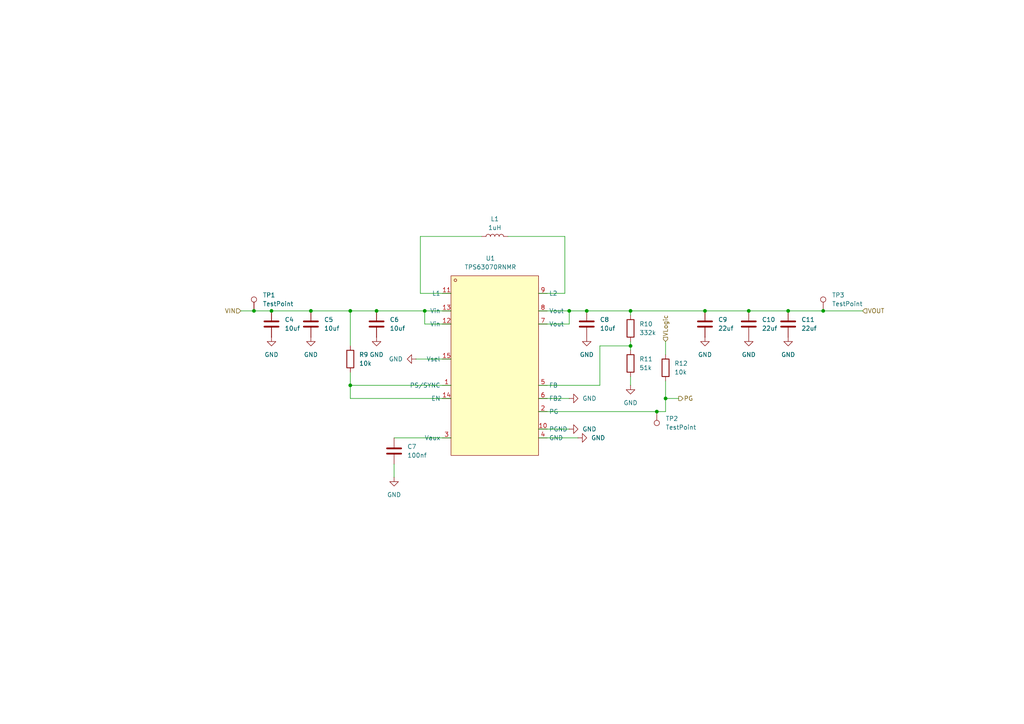
<source format=kicad_sch>
(kicad_sch (version 20231120) (generator "eeschema") (generator_version "8.0")
  (paper "A4")
  (lib_symbols
    (symbol "Connector:TestPoint" (pin_numbers hide) (pin_names (offset 0.762) hide)
      (property "Reference" "TP" (at 0 6.858 0))
      (property "Value" "TestPoint" (at 0 5.08 0))
      (symbol "TestPoint_0_1"
        (circle (center 0 3.302) (radius 0.762))
      )
      (symbol "TestPoint_1_1"
        (pin passive line (at 0 0 90) (length 2.54) (name "1") (number "1"))
      )
    )
    (symbol "Device:C" (pin_numbers hide) (pin_names (offset 0.254))
      (property "Reference" "C" (at 0.635 2.54 0))
      (property "Value" "C" (at 0.635 -2.54 0))
      (symbol "C_0_1"
        (polyline (pts (xy -2.032 -0.762) (xy 2.032 -0.762)) (stroke (width 0.508)))
        (polyline (pts (xy -2.032 0.762) (xy 2.032 0.762)) (stroke (width 0.508)))
      )
      (symbol "C_1_1"
        (pin passive line (at 0 3.81 270) (length 2.794) (name "~") (number "1"))
        (pin passive line (at 0 -3.81 90) (length 2.794) (name "~") (number "2"))
      )
    )
    (symbol "Device:L" (pin_numbers hide) (pin_names (offset 1.016) hide)
      (property "Reference" "L" (at -1.27 0 90))
      (property "Value" "L" (at 1.905 0 90))
      (symbol "L_0_1"
        (arc (start 0 -2.54) (mid 0.6323 -1.905) (end 0 -1.27))
        (arc (start 0 -1.27) (mid 0.6323 -0.635) (end 0 0))
        (arc (start 0 0) (mid 0.6323 0.635) (end 0 1.27))
        (arc (start 0 1.27) (mid 0.6323 1.905) (end 0 2.54))
      )
      (symbol "L_1_1"
        (pin passive line (at 0 3.81 270) (length 1.27) (name "1") (number "1"))
        (pin passive line (at 0 -3.81 90) (length 1.27) (name "2") (number "2"))
      )
    )
    (symbol "Device:R" (pin_numbers hide) (pin_names (offset 0))
      (property "Reference" "R" (at 2.032 0 90))
      (property "Value" "R" (at 0 0 90))
      (symbol "R_0_1"
        (rectangle (start -1.016 -2.54) (end 1.016 2.54) (stroke (width 0.254)))
      )
      (symbol "R_1_1"
        (pin passive line (at 0 3.81 270) (length 1.27) (name "~") (number "1"))
        (pin passive line (at 0 -3.81 90) (length 1.27) (name "~") (number "2"))
      )
    )
    (symbol "easyeda2kicad:TPS63070RNMR"
      (property "Reference" "U" (at 0 15.748 0))
      (property "Value" "TPS63070RNMR" (at 0.254 12.954 0))
      (symbol "TPS63070RNMR_0_1"
        (rectangle (start -11.43 11.43) (end 13.97 -40.64) (fill (type background)))
        (circle (center -10.16 10.16) (radius 0.38))
        (pin input line (at -11.43 -20.32 180) (length 2.54) (name "PS/SYNC") (number "1"))
        (pin input line (at -11.43 -24.13 180) (length 2.54) (name "EN") (number "14"))
        (pin input line (at -11.43 -12.7 180) (length 2.54) (name "Vsel") (number "15"))
        (pin passive line (at -11.43 -35.56 180) (length 2.54) (name "Vaux") (number "3"))
        (pin power_in line (at 13.97 -35.56 0) (length 2.54) (name "GND") (number "4"))
      )
      (symbol "TPS63070RNMR_1_1"
        (pin power_in line (at 13.97 -33.02 0) (length 2.54) (name "PGND") (number "10"))
        (pin passive line (at -11.43 6.35 180) (length 2.54) (name "L1") (number "11"))
        (pin power_in line (at -11.43 -2.54 180) (length 2.54) (name "Vin") (number "12"))
        (pin power_in line (at -11.43 1.27 180) (length 2.54) (name "Vin") (number "13"))
        (pin open_collector line (at 13.97 -27.94 0) (length 2.54) (name "PG") (number "2"))
        (pin input line (at 13.97 -20.32 0) (length 2.54) (name "FB") (number "5"))
        (pin input line (at 13.97 -24.13 0) (length 2.54) (name "FB2") (number "6"))
        (pin power_out line (at 13.97 -2.54 0) (length 2.54) (name "Vout") (number "7"))
        (pin power_out line (at 13.97 1.27 0) (length 2.54) (name "Vout") (number "8"))
        (pin passive line (at 13.97 6.35 0) (length 2.54) (name "L2") (number "9"))
      )
    )
    (symbol "power:GND" (power) (pin_numbers hide) (pin_names (offset 0) hide)
      (property "Value" "GND" (at 0 -3.81 0))
      (symbol "GND_0_1"
        (polyline (pts (xy 0 0) (xy 0 -1.27) (xy 1.27 -1.27) (xy 0 -2.54) (xy -1.27 -1.27) (xy 0 -1.27)))
      )
      (symbol "GND_1_1"
        (pin power_in line (at 0 0 270) (length 0) (name "~") (number "1"))
      )
    )
  )
  (junction (at 228.6 90.17))
  (junction (at 190.5 119.38))
  (junction (at 101.6 90.17))
  (junction (at 182.88 90.17))
  (junction (at 101.6 111.76))
  (junction (at 123.19 90.17))
  (junction (at 204.47 90.17))
  (junction (at 193.04 115.57))
  (junction (at 90.17 90.17))
  (junction (at 73.66 90.17))
  (junction (at 217.17 90.17))
  (junction (at 78.74 90.17))
  (junction (at 165.1 90.17))
  (junction (at 109.22 90.17))
  (junction (at 238.76 90.17))
  (junction (at 170.18 90.17))
  (junction (at 182.88 100.33))
  (wire (pts (xy 147.32 68.58) (xy 163.83 68.58)))
  (wire (pts (xy 165.1 90.17) (xy 170.18 90.17)))
  (wire (pts (xy 123.19 90.17) (xy 130.81 90.17)))
  (wire (pts (xy 121.92 85.09) (xy 130.81 85.09)))
  (wire (pts (xy 123.19 90.17) (xy 123.19 93.98)))
  (wire (pts (xy 73.66 90.17) (xy 78.74 90.17)))
  (wire (pts (xy 120.65 104.14) (xy 130.81 104.14)))
  (wire (pts (xy 101.6 115.57) (xy 101.6 111.76)))
  (wire (pts (xy 69.85 90.17) (xy 73.66 90.17)))
  (wire (pts (xy 156.21 90.17) (xy 165.1 90.17)))
  (wire (pts (xy 217.17 90.17) (xy 228.6 90.17)))
  (wire (pts (xy 101.6 90.17) (xy 101.6 100.33)))
  (wire (pts (xy 109.22 90.17) (xy 123.19 90.17)))
  (wire (pts (xy 130.81 115.57) (xy 101.6 115.57)))
  (wire (pts (xy 156.21 127) (xy 167.64 127)))
  (wire (pts (xy 193.04 115.57) (xy 193.04 119.38)))
  (wire (pts (xy 228.6 90.17) (xy 238.76 90.17)))
  (wire (pts (xy 193.04 119.38) (xy 190.5 119.38)))
  (wire (pts (xy 182.88 100.33) (xy 182.88 99.06)))
  (wire (pts (xy 173.99 100.33) (xy 173.99 111.76)))
  (wire (pts (xy 156.21 115.57) (xy 165.1 115.57)))
  (wire (pts (xy 156.21 85.09) (xy 163.83 85.09)))
  (wire (pts (xy 196.85 115.57) (xy 193.04 115.57)))
  (wire (pts (xy 204.47 90.17) (xy 217.17 90.17)))
  (wire (pts (xy 170.18 90.17) (xy 182.88 90.17)))
  (wire (pts (xy 101.6 111.76) (xy 130.81 111.76)))
  (wire (pts (xy 121.92 68.58) (xy 121.92 85.09)))
  (wire (pts (xy 190.5 119.38) (xy 156.21 119.38)))
  (wire (pts (xy 163.83 85.09) (xy 163.83 68.58)))
  (wire (pts (xy 193.04 99.06) (xy 193.04 102.87)))
  (wire (pts (xy 193.04 110.49) (xy 193.04 115.57)))
  (wire (pts (xy 182.88 100.33) (xy 173.99 100.33)))
  (wire (pts (xy 156.21 93.98) (xy 165.1 93.98)))
  (wire (pts (xy 182.88 101.6) (xy 182.88 100.33)))
  (wire (pts (xy 182.88 90.17) (xy 204.47 90.17)))
  (wire (pts (xy 130.81 93.98) (xy 123.19 93.98)))
  (wire (pts (xy 90.17 90.17) (xy 101.6 90.17)))
  (wire (pts (xy 114.3 127) (xy 130.81 127)))
  (wire (pts (xy 182.88 111.76) (xy 182.88 109.22)))
  (wire (pts (xy 182.88 91.44) (xy 182.88 90.17)))
  (wire (pts (xy 101.6 90.17) (xy 109.22 90.17)))
  (wire (pts (xy 156.21 111.76) (xy 173.99 111.76)))
  (wire (pts (xy 114.3 134.62) (xy 114.3 138.43)))
  (wire (pts (xy 139.7 68.58) (xy 121.92 68.58)))
  (wire (pts (xy 156.21 124.46) (xy 165.1 124.46)))
  (wire (pts (xy 101.6 107.95) (xy 101.6 111.76)))
  (wire (pts (xy 165.1 90.17) (xy 165.1 93.98)))
  (wire (pts (xy 78.74 90.17) (xy 90.17 90.17)))
  (wire (pts (xy 238.76 90.17) (xy 250.19 90.17)))
  (hierarchical_label "VLogic" (shape input) (at 193.04 99.06 90))
  (hierarchical_label "VOUT" (shape input) (at 250.19 90.17 0))
  (hierarchical_label "VIN" (shape input) (at 69.85 90.17 180))
  (hierarchical_label "PG" (shape output) (at 196.85 115.57 0))
  (symbol (lib_id "Device:R") (at 182.88 105.41 0) (unit 1)
    (property "Reference" "R11" (at 185.42 104.1399 0) (effects (justify left)))
    (property "Value" "51k" (at 185.42 106.6799 0) (effects (justify left)))
    (property "Footprint" "Resistor_SMD:R_0603_1608Metric" (effects (hide yes)))
    (property "Description" "Resistor" (effects (hide yes)))
  )
  (symbol (lib_id "power:GND") (at 78.74 97.79 0) (unit 1)
    (property "Reference" "#PWR08" (effects (hide yes)))
    (property "Value" "GND" (at 78.74 102.87 0))
    (property "Description" "Power symbol creates a global label with name \"GND\" , ground" (effects (hide yes)))
  )
  (symbol (lib_id "power:GND") (at 167.64 127 90) (unit 1)
    (property "Reference" "#PWR015" (effects (hide yes)))
    (property "Value" "GND" (at 171.45 126.9999 90) (effects (justify right)))
    (property "Description" "Power symbol creates a global label with name \"GND\" , ground" (effects (hide yes)))
  )
  (symbol (lib_id "Device:R") (at 193.04 106.68 0) (unit 1)
    (property "Reference" "R12" (at 195.58 105.4099 0) (effects (justify left)))
    (property "Value" "10k" (at 195.58 107.9499 0) (effects (justify left)))
    (property "Footprint" "Resistor_SMD:R_0603_1608Metric" (effects (hide yes)))
    (property "Description" "Resistor" (effects (hide yes)))
  )
  (symbol (lib_id "power:GND") (at 182.88 111.76 0) (unit 1)
    (property "Reference" "#PWR017" (effects (hide yes)))
    (property "Value" "GND" (at 182.88 116.84 0))
    (property "Description" "Power symbol creates a global label with name \"GND\" , ground" (effects (hide yes)))
  )
  (symbol (lib_id "easyeda2kicad:TPS63070RNMR") (at 142.24 91.44 0) (unit 1)
    (property "Reference" "U1" (at 142.24 74.93 0))
    (property "Value" "TPS63070RNMR" (at 142.24 77.47 0))
    (property "Footprint" "easyeda2kicad:VQFN-HR-15_L3.0-W2.5-P0.50-BL_TPS63070RNMR" (effects (hide yes)))
    (property "Datasheet" "https://lcsc.com/product-detail/DC-DC-Converters_TI_TPS63070RNMR_TPS63070RNMR_C109322.html" (effects (hide yes)))
    (property "LCSC Part" "C109322" (effects (hide yes)))
  )
  (symbol (lib_id "Connector:TestPoint") (at 238.76 90.17 0) (unit 1) (in_bom no)
    (property "Reference" "TP3" (at 241.3 85.5979 0) (effects (justify left)))
    (property "Value" "TestPoint" (at 241.3 88.1379 0) (effects (justify left)))
    (property "Footprint" "Connector_Pin:Pin_D1.0mm_L10.0mm" (effects (hide yes)))
    (property "Description" "test point" (effects (hide yes)))
  )
  (symbol (lib_id "Device:L") (at 143.51 68.58 90) (unit 1)
    (property "Reference" "L1" (at 143.51 63.5 90))
    (property "Value" "1uH" (at 143.51 66.04 90))
    (property "Footprint" "Inductor_SMD:L_Coilcraft_XAL4020-XXX" (effects (hide yes)))
    (property "Description" "Inductor" (effects (hide yes)))
    (property "LCSC Part" "C4555951" (effects (hide yes)))
  )
  (symbol (lib_id "Device:C") (at 90.17 93.98 0) (unit 1)
    (property "Reference" "C5" (at 93.98 92.7099 0) (effects (justify left)))
    (property "Value" "10uf" (at 93.98 95.2499 0) (effects (justify left)))
    (property "Footprint" "Capacitor_SMD:C_0805_2012Metric" (effects (hide yes)))
    (property "Description" "Unpolarized capacitor" (effects (hide yes)))
  )
  (symbol (lib_id "power:GND") (at 204.47 97.79 0) (unit 1)
    (property "Reference" "#PWR018" (effects (hide yes)))
    (property "Value" "GND" (at 204.47 102.87 0))
    (property "Description" "Power symbol creates a global label with name \"GND\" , ground" (effects (hide yes)))
  )
  (symbol (lib_id "Device:R") (at 182.88 95.25 0) (unit 1)
    (property "Reference" "R10" (at 185.42 93.9799 0) (effects (justify left)))
    (property "Value" "332k" (at 185.42 96.5199 0) (effects (justify left)))
    (property "Footprint" "Resistor_SMD:R_0603_1608Metric" (effects (hide yes)))
    (property "Description" "Resistor" (effects (hide yes)))
  )
  (symbol (lib_id "Device:C") (at 228.6 93.98 0) (unit 1)
    (property "Reference" "C11" (at 232.41 92.7099 0) (effects (justify left)))
    (property "Value" "22uf" (at 232.41 95.2499 0) (effects (justify left)))
    (property "Footprint" "Capacitor_SMD:C_0805_2012Metric" (effects (hide yes)))
    (property "Description" "Unpolarized capacitor" (effects (hide yes)))
  )
  (symbol (lib_id "Device:C") (at 170.18 93.98 0) (unit 1)
    (property "Reference" "C8" (at 173.99 92.7099 0) (effects (justify left)))
    (property "Value" "10uf" (at 173.99 95.2499 0) (effects (justify left)))
    (property "Footprint" "Capacitor_SMD:C_0603_1608Metric" (effects (hide yes)))
    (property "Description" "Unpolarized capacitor" (effects (hide yes)))
  )
  (symbol (lib_id "Device:C") (at 217.17 93.98 0) (unit 1)
    (property "Reference" "C10" (at 220.98 92.7099 0) (effects (justify left)))
    (property "Value" "22uf" (at 220.98 95.2499 0) (effects (justify left)))
    (property "Footprint" "Capacitor_SMD:C_0805_2012Metric" (effects (hide yes)))
    (property "Description" "Unpolarized capacitor" (effects (hide yes)))
  )
  (symbol (lib_id "power:GND") (at 109.22 97.79 0) (unit 1)
    (property "Reference" "#PWR010" (effects (hide yes)))
    (property "Value" "GND" (at 109.22 102.87 0))
    (property "Description" "Power symbol creates a global label with name \"GND\" , ground" (effects (hide yes)))
  )
  (symbol (lib_id "Connector:TestPoint") (at 190.5 119.38 180) (unit 1) (in_bom no)
    (property "Reference" "TP2" (at 193.04 121.4119 0) (effects (justify right)))
    (property "Value" "TestPoint" (at 193.04 123.9519 0) (effects (justify right)))
    (property "Footprint" "Connector_Pin:Pin_D1.0mm_L10.0mm" (effects (hide yes)))
    (property "Description" "test point" (effects (hide yes)))
  )
  (symbol (lib_id "Device:C") (at 78.74 93.98 0) (unit 1)
    (property "Reference" "C4" (at 82.55 92.7099 0) (effects (justify left)))
    (property "Value" "10uf" (at 82.55 95.2499 0) (effects (justify left)))
    (property "Footprint" "Capacitor_SMD:C_0805_2012Metric" (effects (hide yes)))
    (property "Description" "Unpolarized capacitor" (effects (hide yes)))
  )
  (symbol (lib_id "Device:C") (at 109.22 93.98 0) (unit 1)
    (property "Reference" "C6" (at 113.03 92.7099 0) (effects (justify left)))
    (property "Value" "10uf" (at 113.03 95.2499 0) (effects (justify left)))
    (property "Footprint" "Capacitor_SMD:C_0603_1608Metric" (effects (hide yes)))
    (property "Description" "Unpolarized capacitor" (effects (hide yes)))
  )
  (symbol (lib_id "power:GND") (at 120.65 104.14 270) (unit 1)
    (property "Reference" "#PWR012" (effects (hide yes)))
    (property "Value" "GND" (at 116.84 104.1399 90) (effects (justify right)))
    (property "Description" "Power symbol creates a global label with name \"GND\" , ground" (effects (hide yes)))
  )
  (symbol (lib_id "power:GND") (at 90.17 97.79 0) (unit 1)
    (property "Reference" "#PWR09" (effects (hide yes)))
    (property "Value" "GND" (at 90.17 102.87 0))
    (property "Description" "Power symbol creates a global label with name \"GND\" , ground" (effects (hide yes)))
  )
  (symbol (lib_id "power:GND") (at 165.1 124.46 90) (unit 1)
    (property "Reference" "#PWR014" (effects (hide yes)))
    (property "Value" "GND" (at 168.91 124.4599 90) (effects (justify right)))
    (property "Description" "Power symbol creates a global label with name \"GND\" , ground" (effects (hide yes)))
  )
  (symbol (lib_id "power:GND") (at 165.1 115.57 90) (unit 1)
    (property "Reference" "#PWR013" (effects (hide yes)))
    (property "Value" "GND" (at 168.91 115.5699 90) (effects (justify right)))
    (property "Description" "Power symbol creates a global label with name \"GND\" , ground" (effects (hide yes)))
  )
  (symbol (lib_id "power:GND") (at 170.18 97.79 0) (unit 1)
    (property "Reference" "#PWR016" (effects (hide yes)))
    (property "Value" "GND" (at 170.18 102.87 0))
    (property "Description" "Power symbol creates a global label with name \"GND\" , ground" (effects (hide yes)))
  )
  (symbol (lib_id "Device:C") (at 114.3 130.81 0) (unit 1)
    (property "Reference" "C7" (at 118.11 129.5399 0) (effects (justify left)))
    (property "Value" "100nf" (at 118.11 132.0799 0) (effects (justify left)))
    (property "Footprint" "Capacitor_SMD:C_0603_1608Metric" (effects (hide yes)))
    (property "Description" "Unpolarized capacitor" (effects (hide yes)))
  )
  (symbol (lib_id "Device:C") (at 204.47 93.98 0) (unit 1)
    (property "Reference" "C9" (at 208.28 92.7099 0) (effects (justify left)))
    (property "Value" "22uf" (at 208.28 95.2499 0) (effects (justify left)))
    (property "Footprint" "Capacitor_SMD:C_0805_2012Metric" (effects (hide yes)))
    (property "Description" "Unpolarized capacitor" (effects (hide yes)))
  )
  (symbol (lib_id "Connector:TestPoint") (at 73.66 90.17 0) (unit 1) (in_bom no)
    (property "Reference" "TP1" (at 76.2 85.5979 0) (effects (justify left)))
    (property "Value" "TestPoint" (at 76.2 88.1379 0) (effects (justify left)))
    (property "Footprint" "Connector_Pin:Pin_D1.0mm_L10.0mm" (effects (hide yes)))
    (property "Description" "test point" (effects (hide yes)))
  )
  (symbol (lib_id "Device:R") (at 101.6 104.14 0) (unit 1)
    (property "Reference" "R9" (at 104.14 102.8699 0) (effects (justify left)))
    (property "Value" "10k" (at 104.14 105.4099 0) (effects (justify left)))
    (property "Footprint" "Resistor_SMD:R_0603_1608Metric" (effects (hide yes)))
    (property "Description" "Resistor" (effects (hide yes)))
  )
  (symbol (lib_id "power:GND") (at 114.3 138.43 0) (unit 1)
    (property "Reference" "#PWR011" (effects (hide yes)))
    (property "Value" "GND" (at 114.3 143.51 0))
    (property "Description" "Power symbol creates a global label with name \"GND\" , ground" (effects (hide yes)))
  )
  (symbol (lib_id "power:GND") (at 228.6 97.79 0) (unit 1)
    (property "Reference" "#PWR020" (effects (hide yes)))
    (property "Value" "GND" (at 228.6 102.87 0))
    (property "Description" "Power symbol creates a global label with name \"GND\" , ground" (effects (hide yes)))
  )
  (symbol (lib_id "power:GND") (at 217.17 97.79 0) (unit 1)
    (property "Reference" "#PWR019" (effects (hide yes)))
    (property "Value" "GND" (at 217.17 102.87 0))
    (property "Description" "Power symbol creates a global label with name \"GND\" , ground" (effects (hide yes)))
  )
)
</source>
